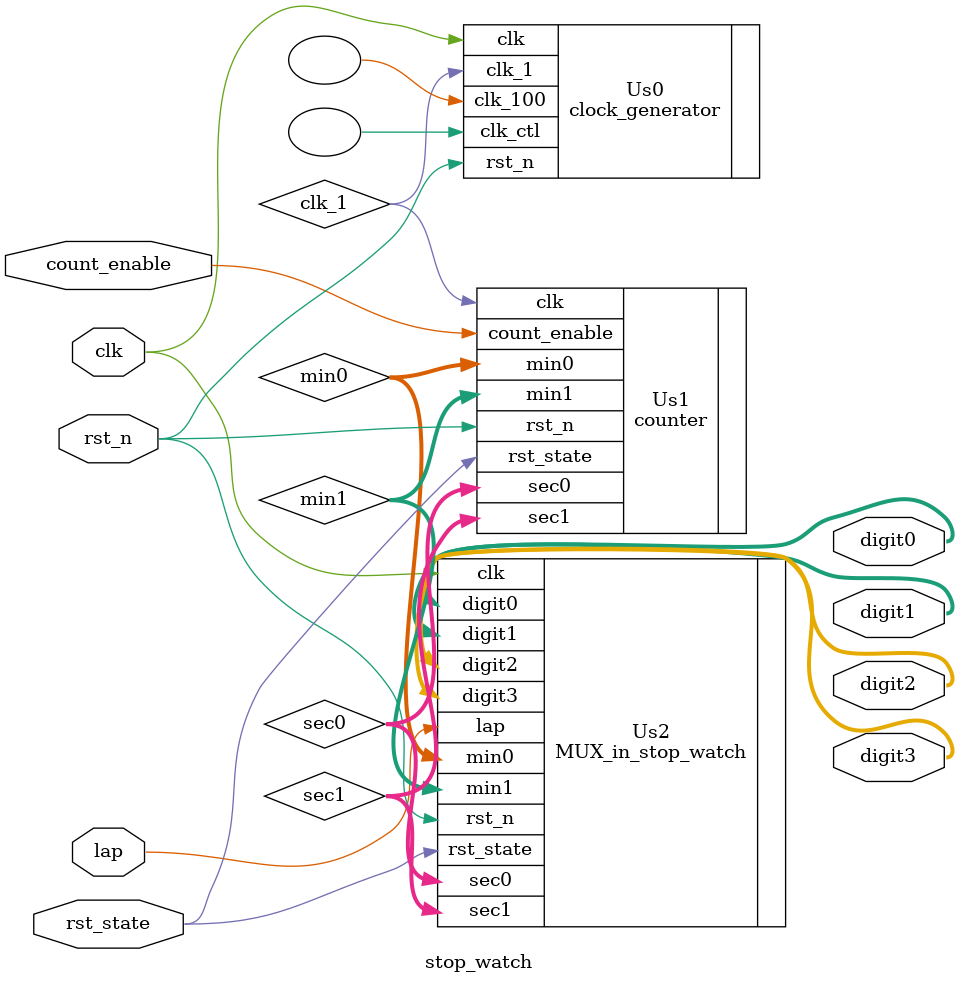
<source format=v>
`timescale 1ns / 1ps

module stop_watch(
    digit0,
    digit1,
    digit2,
    digit3,
    count_enable,
    rst_state,
    lap,
    clk,
    rst_n
);
output [3:0] digit0, digit1, digit2, digit3;
input count_enable, rst_state, lap;
input clk, rst_n;
wire [3:0] sec0, sec1, min0, min1;
wire clk_1;

clock_generator Us0(
    .clk(clk),    //clock from crystal
    .rst_n(rst_n),  //active low reset
    .clk_1(clk_1),  //generated 1Hz clock
    .clk_100(), //generated 100Hz clock
    .clk_ctl() //scan control
);
    
counter Us1(
    .sec0(sec0),
    .sec1(sec1),
    .min0(min0),
    .min1(min1),
    .count_enable(count_enable),
    .rst_state(rst_state),
    .clk(clk_1),    //global clock
    .rst_n(rst_n)   //negative edge reset
);

MUX_in_stop_watch Us2(
    .digit0(digit0),
    .digit1(digit1),
    .digit2(digit2),
    .digit3(digit3),
    .rst_state(rst_state),
    .lap(lap),
    .sec0(sec0),
    .sec1(sec1),
    .min0(min0),
    .min1(min1),
    .clk(clk),
    .rst_n(rst_n)
);

endmodule

</source>
